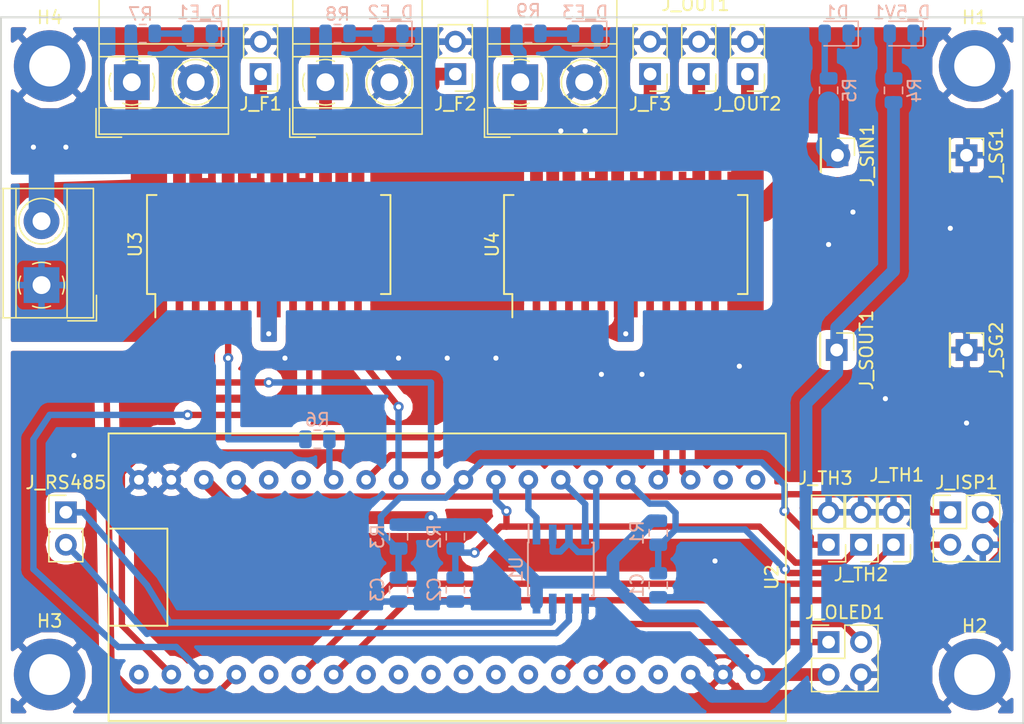
<source format=kicad_pcb>
(kicad_pcb (version 20171130) (host pcbnew "(5.0.1-3-g963ef8bb5)")
  (layers (0 F.Cu mixed hide) (31 B.Cu mixed) (34 B.Paste user hide) (35 F.Paste user hide) (36 B.SilkS user) (37 F.SilkS user) (38 B.Mask user hide) (39 F.Mask user hide) (44 Edge.Cuts user))
  (net 0 "")
  (net 1 "Net-(J_OUT1-Pad1)")
  (net 2 GND)
  (net 3 "Net-(J_OUT2-Pad1)")
  (net 4 /DEBUG)
  (net 5 "Net-(D1-Pad2)")
  (net 6 +24V)
  (net 7 +5V)
  (net 8 "Net-(D_5V1-Pad2)")
  (net 9 /TH3)
  (net 10 /TH2)
  (net 11 /TH1)
  (net 12 +3V3)
  (net 13 /P_IN6)
  (net 14 /P_IN5)
  (net 15 /P_IS4)
  (net 16 /P_IS5)
  (net 17 /P_IN8)
  (net 18 /P_IN7)
  (net 19 /P_IS7)
  (net 20 /P_IS8)
  (net 21 "Net-(J_F3-Pad1)")
  (net 22 "Net-(J_F1-Pad1)")
  (net 23 "Net-(J_F2-Pad1)")
  (net 24 /P_IS3)
  (net 25 /P_IN3)
  (net 26 /P_IN4)
  (net 27 /P_IS2)
  (net 28 /P_IS1)
  (net 29 /P_IN1)
  (net 30 /P_IN2)
  (net 31 "Net-(U2-PadVBAT)")
  (net 32 /SCL)
  (net 33 /SDA)
  (net 34 /RESET)
  (net 35 /RX)
  (net 36 /TX)
  (net 37 /EXT2)
  (net 38 /EXT1)
  (net 39 /OUT_E1)
  (net 40 /OUT_E2)
  (net 41 /OUT_E3)
  (net 42 "Net-(D_E3-Pad2)")
  (net 43 "Net-(D_E2-Pad2)")
  (net 44 "Net-(D_E1-Pad2)")
  (net 45 /RS485_RO)
  (net 46 /RS485_DE)
  (net 47 /RS485_DI)
  (net 48 "Net-(R6-Pad2)")
  (net 49 /P_IS6)
  (net 50 "Net-(U2-PadPB9)")
  (net 51 "Net-(U2-PadPB8)")
  (net 52 "Net-(U2-PadPB5)")
  (net 53 "Net-(U2-PadPB4)")
  (net 54 "Net-(U2-PadPB3)")
  (net 55 "Net-(U2-PadPA15)")
  (net 56 "Net-(U2-PadPA12)")
  (net 57 "Net-(U2-PadPA11)")
  (net 58 "Net-(U2-PadPA8)")
  (net 59 "Net-(U2-PadPB12)")
  (net 60 "Net-(J_RS485-Pad2)")
  (net 61 "Net-(J_RS485-Pad1)")
  (module Connector_PinHeader_2.54mm:PinHeader_1x02_P2.54mm_Vertical (layer F.Cu) (at 163.83 62.865)
    (fp_text reference J_RS485 (at 0 -2.33) (layer F.SilkS))
    (fp_text value Conn_01x02_Male)
    (pad 1 thru_hole rect (at 0 0) (size 1.7 1.7) (drill 1) (layers *.Cu *.Mask) (net 61 "Net-(J_RS485-Pad1)"))
    (pad 2 thru_hole oval (at 0 2.54) (size 1.7 1.7) (drill 1) (layers *.Cu *.Mask) (net 60 "Net-(J_RS485-Pad2)"))
  )
  (module TerminalBlock_MetzConnect:TerminalBlock_MetzConnect_Type011_RT05502HBWC_1x02_P5.00mm_Horizontal (layer F.Cu) (at 161.925 45.085 90)
    (fp_text reference J_IN24 (at 2.5 -7.56 90) (layer F.SilkS))
    (fp_text value Conn_01x02_Male)
    (pad 1 thru_hole rect (at 0 0 90) (size 2.8 2.8) (drill 1.4) (layers *.Cu *.Mask) (net 6 +24V))
    (pad 2 thru_hole circle (at 5 0 90) (size 2.8 2.8) (drill 1.4) (layers *.Cu *.Mask) (net 2 GND))
  )
  (module Resistor_SMD:R_0805_2012Metric (layer B.Cu) (at 183.515 57.15)
    (fp_text reference R6 (at 0 -1.524) (layer B.SilkS) (effects (justify mirror)))
    (fp_text value R)
    (pad 1 smd roundrect (at -0.9375 0) (size 0.975 1.4) (layers B.Cu B.Paste B.Mask) (net 28 /P_IS1))
    (pad 2 smd roundrect (at 0.9375 0) (size 0.975 1.4) (layers B.Cu B.Paste B.Mask) (net 48 "Net-(R6-Pad2)"))
  )
  (module Module:BLUEPILL1 (layer F.Cu) (at 193.675 67.945 90)
    (fp_text reference U2 (at 0 25.4 90) (layer F.SilkS))
    (fp_text value BP)
    (pad 5V thru_hole circle (at -7.62 19.05 90) (size 1.524 1.524) (drill 0.762) (layers *.Cu *.Mask) (net 7 +5V))
    (pad G thru_hole circle (at 7.62 -24.13 90) (size 1.524 1.524) (drill 0.762) (layers *.Cu *.Mask) (net 2 GND))
    (pad G thru_hole circle (at 7.62 -21.59 90) (size 1.524 1.524) (drill 0.762) (layers *.Cu *.Mask) (net 2 GND))
    (pad 3V3 thru_hole circle (at 7.62 -19.05 90) (size 1.524 1.524) (drill 0.762) (layers *.Cu *.Mask) (net 12 +3V3))
    (pad NRST thru_hole circle (at 7.62 -16.51 90) (size 1.524 1.524) (drill 0.762) (layers *.Cu *.Mask) (net 34 /RESET))
    (pad PB11 thru_hole circle (at 7.62 -13.97 90) (size 1.524 1.524) (drill 0.762) (layers *.Cu *.Mask) (net 37 /EXT2))
    (pad PB10 thru_hole circle (at 7.62 -11.43 90) (size 1.524 1.524) (drill 0.762) (layers *.Cu *.Mask) (net 38 /EXT1))
    (pad PB1 thru_hole circle (at 7.62 -8.89 90) (size 1.524 1.524) (drill 0.762) (layers *.Cu *.Mask) (net 48 "Net-(R6-Pad2)"))
    (pad PB0 thru_hole circle (at 7.62 -6.35 90) (size 1.524 1.524) (drill 0.762) (layers *.Cu *.Mask) (net 14 /P_IN5))
    (pad PA7 thru_hole circle (at 7.62 -3.81 90) (size 1.524 1.524) (drill 0.762) (layers *.Cu *.Mask) (net 25 /P_IN3))
    (pad PA6 thru_hole circle (at 7.62 -1.27 90) (size 1.524 1.524) (drill 0.762) (layers *.Cu *.Mask) (net 29 /P_IN1))
    (pad PA5 thru_hole circle (at 7.62 1.27 90) (size 1.524 1.524) (drill 0.762) (layers *.Cu *.Mask) (net 9 /TH3))
    (pad PA4 thru_hole circle (at 7.62 3.81 90) (size 1.524 1.524) (drill 0.762) (layers *.Cu *.Mask) (net 10 /TH2))
    (pad PA3 thru_hole circle (at 7.62 6.35 90) (size 1.524 1.524) (drill 0.762) (layers *.Cu *.Mask) (net 45 /RS485_RO))
    (pad PA2 thru_hole circle (at 7.62 8.89 90) (size 1.524 1.524) (drill 0.762) (layers *.Cu *.Mask) (net 47 /RS485_DI))
    (pad PA1 thru_hole circle (at 7.62 11.43 90) (size 1.524 1.524) (drill 0.762) (layers *.Cu *.Mask) (net 46 /RS485_DE))
    (pad PA0 thru_hole circle (at 7.62 13.97 90) (size 1.524 1.524) (drill 0.762) (layers *.Cu *.Mask) (net 11 /TH1))
    (pad PC15 thru_hole circle (at 7.62 16.51 90) (size 1.524 1.524) (drill 0.762) (layers *.Cu *.Mask) (net 17 /P_IN8))
    (pad PC14 thru_hole circle (at 7.62 19.05 90) (size 1.524 1.524) (drill 0.762) (layers *.Cu *.Mask) (net 18 /P_IN7))
    (pad PC13 thru_hole circle (at 7.62 21.59 90) (size 1.524 1.524) (drill 0.762) (layers *.Cu *.Mask) (net 4 /DEBUG))
    (pad VBAT thru_hole circle (at 7.62 24.13 90) (size 1.524 1.524) (drill 0.762) (layers *.Cu *.Mask) (net 31 "Net-(U2-PadVBAT)"))
    (pad 3V3 thru_hole circle (at -7.62 24.13 90) (size 1.524 1.524) (drill 0.762) (layers *.Cu *.Mask) (net 12 +3V3))
    (pad G thru_hole circle (at -7.62 21.59 90) (size 1.524 1.524) (drill 0.762) (layers *.Cu *.Mask) (net 2 GND))
    (pad PB9 thru_hole circle (at -7.62 16.51 90) (size 1.524 1.524) (drill 0.762) (layers *.Cu *.Mask) (net 50 "Net-(U2-PadPB9)"))
    (pad PB8 thru_hole circle (at -7.62 13.97 90) (size 1.524 1.524) (drill 0.762) (layers *.Cu *.Mask) (net 51 "Net-(U2-PadPB8)"))
    (pad PB7 thru_hole circle (at -7.62 11.43 90) (size 1.524 1.524) (drill 0.762) (layers *.Cu *.Mask) (net 33 /SDA))
    (pad PB6 thru_hole circle (at -7.62 8.89 90) (size 1.524 1.524) (drill 0.762) (layers *.Cu *.Mask) (net 32 /SCL))
    (pad PB5 thru_hole circle (at -7.62 6.35 90) (size 1.524 1.524) (drill 0.762) (layers *.Cu *.Mask) (net 52 "Net-(U2-PadPB5)"))
    (pad PB4 thru_hole circle (at -7.62 3.81 90) (size 1.524 1.524) (drill 0.762) (layers *.Cu *.Mask) (net 53 "Net-(U2-PadPB4)"))
    (pad PB3 thru_hole circle (at -7.62 1.27 90) (size 1.524 1.524) (drill 0.762) (layers *.Cu *.Mask) (net 54 "Net-(U2-PadPB3)"))
    (pad PA15 thru_hole circle (at -7.62 -1.27 90) (size 1.524 1.524) (drill 0.762) (layers *.Cu *.Mask) (net 55 "Net-(U2-PadPA15)"))
    (pad PA12 thru_hole circle (at -7.62 -3.81 90) (size 1.524 1.524) (drill 0.762) (layers *.Cu *.Mask) (net 56 "Net-(U2-PadPA12)"))
    (pad PA11 thru_hole circle (at -7.62 -6.35 90) (size 1.524 1.524) (drill 0.762) (layers *.Cu *.Mask) (net 57 "Net-(U2-PadPA11)"))
    (pad PA10 thru_hole circle (at -7.62 -8.89 90) (size 1.524 1.524) (drill 0.762) (layers *.Cu *.Mask) (net 35 /RX))
    (pad PA9 thru_hole circle (at -7.62 -11.43 90) (size 1.524 1.524) (drill 0.762) (layers *.Cu *.Mask) (net 36 /TX))
    (pad PA8 thru_hole circle (at -7.62 -13.97 90) (size 1.524 1.524) (drill 0.762) (layers *.Cu *.Mask) (net 58 "Net-(U2-PadPA8)"))
    (pad PB15 thru_hole circle (at -7.62 -16.51 90) (size 1.524 1.524) (drill 0.762) (layers *.Cu *.Mask) (net 30 /P_IN2))
    (pad PB14 thru_hole circle (at -7.62 -19.05 90) (size 1.524 1.524) (drill 0.762) (layers *.Cu *.Mask) (net 26 /P_IN4))
    (pad PB13 thru_hole circle (at -7.62 -21.59 90) (size 1.524 1.524) (drill 0.762) (layers *.Cu *.Mask) (net 13 /P_IN6))
    (pad PB12 thru_hole circle (at -7.62 -24.13 90) (size 1.524 1.524) (drill 0.762) (layers *.Cu *.Mask) (net 59 "Net-(U2-PadPB12)"))
  )
  (module LED_SMD:LED_0805_2012Metric (layer B.Cu) (at 204.47 25.4 180)
    (fp_text reference D_E3 (at 0 1.65 180) (layer B.SilkS) (effects (justify mirror)))
    (fp_text value LED)
    (pad 1 smd roundrect (at -0.9375 0 180) (size 0.975 1.4) (layers B.Cu B.Paste B.Mask) (net 2 GND))
    (pad 2 smd roundrect (at 0.9375 0 180) (size 0.975 1.4) (layers B.Cu B.Paste B.Mask) (net 42 "Net-(D_E3-Pad2)"))
  )
  (module LED_SMD:LED_0805_2012Metric (layer B.Cu) (at 189.23 25.4 180)
    (fp_text reference D_E2 (at 0 1.65 180) (layer B.SilkS) (effects (justify mirror)))
    (fp_text value LED)
    (pad 2 smd roundrect (at 0.9375 0 180) (size 0.975 1.4) (layers B.Cu B.Paste B.Mask) (net 43 "Net-(D_E2-Pad2)"))
    (pad 1 smd roundrect (at -0.9375 0 180) (size 0.975 1.4) (layers B.Cu B.Paste B.Mask) (net 2 GND))
  )
  (module LED_SMD:LED_0805_2012Metric (layer B.Cu) (at 174.322 25.4 180)
    (fp_text reference D_E1 (at 0 1.65 180) (layer B.SilkS) (effects (justify mirror)))
    (fp_text value LED)
    (pad 1 smd roundrect (at -0.9375 0 180) (size 0.975 1.4) (layers B.Cu B.Paste B.Mask) (net 2 GND))
    (pad 2 smd roundrect (at 0.9375 0 180) (size 0.975 1.4) (layers B.Cu B.Paste B.Mask) (net 44 "Net-(D_E1-Pad2)"))
  )
  (module Resistor_SMD:R_0805_2012Metric (layer B.Cu) (at 169.848 25.4)
    (fp_text reference R7 (at -0.176 -1.524) (layer B.SilkS) (effects (justify mirror)))
    (fp_text value R)
    (pad 1 smd roundrect (at -0.9375 0) (size 0.975 1.4) (layers B.Cu B.Paste B.Mask) (net 39 /OUT_E1))
    (pad 2 smd roundrect (at 0.9375 0) (size 0.975 1.4) (layers B.Cu B.Paste B.Mask) (net 44 "Net-(D_E1-Pad2)"))
  )
  (module Resistor_SMD:R_0805_2012Metric (layer B.Cu) (at 185.088 25.4)
    (fp_text reference R8 (at 0 -1.524) (layer B.SilkS) (effects (justify mirror)))
    (fp_text value R)
    (pad 2 smd roundrect (at 0.9375 0) (size 0.975 1.4) (layers B.Cu B.Paste B.Mask) (net 43 "Net-(D_E2-Pad2)"))
    (pad 1 smd roundrect (at -0.9375 0) (size 0.975 1.4) (layers B.Cu B.Paste B.Mask) (net 40 /OUT_E2))
  )
  (module Resistor_SMD:R_0805_2012Metric (layer B.Cu) (at 200.025 25.4)
    (fp_text reference R9 (at 0 -1.778) (layer B.SilkS) (effects (justify mirror)))
    (fp_text value R)
    (pad 1 smd roundrect (at -0.9375 0) (size 0.975 1.4) (layers B.Cu B.Paste B.Mask) (net 41 /OUT_E3))
    (pad 2 smd roundrect (at 0.9375 0) (size 0.975 1.4) (layers B.Cu B.Paste B.Mask) (net 42 "Net-(D_E3-Pad2)"))
  )
  (module Connector_PinHeader_2.54mm:PinHeader_2x02_P2.54mm_Vertical (layer F.Cu) (at 233.045 62.865)
    (fp_text reference J_ISP1 (at 1.27 -2.33) (layer F.SilkS))
    (fp_text value Conn_01x04_Male)
    (pad 1 thru_hole rect (at 0 0) (size 1.7 1.7) (drill 1) (layers *.Cu *.Mask) (net 34 /RESET))
    (pad 2 thru_hole oval (at 2.54 0) (size 1.7 1.7) (drill 1) (layers *.Cu *.Mask) (net 35 /RX))
    (pad 3 thru_hole oval (at 0 2.54) (size 1.7 1.7) (drill 1) (layers *.Cu *.Mask) (net 36 /TX))
    (pad 4 thru_hole oval (at 2.54 2.54) (size 1.7 1.7) (drill 1) (layers *.Cu *.Mask) (net 2 GND))
  )
  (module Connector_PinHeader_2.54mm:PinHeader_1x02_P2.54mm_Vertical (layer F.Cu) (at 217.17 28.575 180)
    (fp_text reference J_OUT2 (at 0 -2.33 180) (layer F.SilkS))
    (fp_text value Conn_01x02_Male)
    (pad 2 thru_hole oval (at 0 2.54 180) (size 1.7 1.7) (drill 1) (layers *.Cu *.Mask) (net 2 GND))
    (pad 1 thru_hole rect (at 0 0 180) (size 1.7 1.7) (drill 1) (layers *.Cu *.Mask) (net 3 "Net-(J_OUT2-Pad1)"))
  )
  (module Connector_PinHeader_2.54mm:PinHeader_1x02_P2.54mm_Vertical (layer F.Cu) (at 213.36 28.575 180)
    (fp_text reference J_OUT1 (at 0.254 5.461 180) (layer F.SilkS))
    (fp_text value Conn_01x02_Male)
    (pad 1 thru_hole rect (at 0 0 180) (size 1.7 1.7) (drill 1) (layers *.Cu *.Mask) (net 1 "Net-(J_OUT1-Pad1)"))
    (pad 2 thru_hole oval (at 0 2.54 180) (size 1.7 1.7) (drill 1) (layers *.Cu *.Mask) (net 2 GND))
  )
  (module Connector_PinHeader_2.54mm:PinHeader_2x02_P2.54mm_Vertical (layer F.Cu) (at 223.52 73.025)
    (fp_text reference J_OLED1 (at 1.27 -2.33) (layer F.SilkS))
    (fp_text value Conn_01x04_Male)
    (pad 1 thru_hole rect (at 0 0) (size 1.7 1.7) (drill 1) (layers *.Cu *.Mask) (net 33 /SDA))
    (pad 2 thru_hole oval (at 2.54 0) (size 1.7 1.7) (drill 1) (layers *.Cu *.Mask) (net 32 /SCL))
    (pad 3 thru_hole oval (at 0 2.54) (size 1.7 1.7) (drill 1) (layers *.Cu *.Mask) (net 12 +3V3))
    (pad 4 thru_hole oval (at 2.54 2.54) (size 1.7 1.7) (drill 1) (layers *.Cu *.Mask) (net 2 GND))
  )
  (module Capacitor_SMD:C_0805_2012Metric (layer B.Cu) (at 210.185 68.58 270)
    (fp_text reference C1 (at 0 1.65 270) (layer B.SilkS) (effects (justify mirror)))
    (fp_text value C)
    (pad 1 smd roundrect (at -0.9375 0 270) (size 0.975 1.4) (layers B.Cu B.Paste B.Mask) (net 11 /TH1))
    (pad 2 smd roundrect (at 0.9375 0 270) (size 0.975 1.4) (layers B.Cu B.Paste B.Mask) (net 2 GND))
  )
  (module Capacitor_SMD:C_0805_2012Metric (layer B.Cu) (at 194.31 68.9125 270)
    (fp_text reference C2 (at 0 1.65 270) (layer B.SilkS) (effects (justify mirror)))
    (fp_text value C)
    (pad 2 smd roundrect (at 0.9375 0 270) (size 0.975 1.4) (layers B.Cu B.Paste B.Mask) (net 2 GND))
    (pad 1 smd roundrect (at -0.9375 0 270) (size 0.975 1.4) (layers B.Cu B.Paste B.Mask) (net 10 /TH2))
  )
  (module Capacitor_SMD:C_0805_2012Metric (layer B.Cu) (at 189.865 68.9125 270)
    (fp_text reference C3 (at 0 1.65 270) (layer B.SilkS) (effects (justify mirror)))
    (fp_text value C)
    (pad 1 smd roundrect (at -0.9375 0 270) (size 0.975 1.4) (layers B.Cu B.Paste B.Mask) (net 9 /TH3))
    (pad 2 smd roundrect (at 0.9375 0 270) (size 0.975 1.4) (layers B.Cu B.Paste B.Mask) (net 2 GND))
  )
  (module Connector_PinHeader_2.54mm:PinHeader_1x01_P2.54mm_Vertical (layer F.Cu) (at 224.155 50.165 270)
    (fp_text reference J_SOUT1 (at 0 -2.33 270) (layer F.SilkS))
    (fp_text value Conn_01x01_Male)
    (pad 1 thru_hole rect (at 0 0 270) (size 1.7 1.7) (drill 1) (layers *.Cu *.Mask) (net 7 +5V))
  )
  (module Connector_PinHeader_2.54mm:PinHeader_1x01_P2.54mm_Vertical (layer F.Cu) (at 224.215 34.925 270)
    (fp_text reference J_SIN1 (at 0 -2.33 270) (layer F.SilkS))
    (fp_text value Conn_01x01_Male)
    (pad 1 thru_hole rect (at 0 0 270) (size 1.7 1.7) (drill 1) (layers *.Cu *.Mask) (net 6 +24V))
  )
  (module Connector_PinHeader_2.54mm:PinHeader_1x01_P2.54mm_Vertical (layer F.Cu) (at 234.315 50.165 270)
    (fp_text reference J_SG2 (at 0 -2.33 270) (layer F.SilkS))
    (fp_text value Conn_01x01_Male)
    (pad 1 thru_hole rect (at 0 0 270) (size 1.7 1.7) (drill 1) (layers *.Cu *.Mask) (net 2 GND))
  )
  (module Connector_PinHeader_2.54mm:PinHeader_1x01_P2.54mm_Vertical (layer F.Cu) (at 234.315 34.925 270)
    (fp_text reference J_SG1 (at 0 -2.33 270) (layer F.SilkS))
    (fp_text value Conn_01x01_Male)
    (pad 1 thru_hole rect (at 0 0 270) (size 1.7 1.7) (drill 1) (layers *.Cu *.Mask) (net 2 GND))
  )
  (module Connector_PinHeader_2.54mm:PinHeader_1x02_P2.54mm_Vertical (layer F.Cu) (at 223.52 65.405 180)
    (fp_text reference J_TH3 (at 0.254 5.207 180) (layer F.SilkS))
    (fp_text value Conn_01x02_Male)
    (pad 2 thru_hole oval (at 0 2.54 180) (size 1.7 1.7) (drill 1) (layers *.Cu *.Mask) (net 2 GND))
    (pad 1 thru_hole rect (at 0 0 180) (size 1.7 1.7) (drill 1) (layers *.Cu *.Mask) (net 9 /TH3))
  )
  (module Connector_PinHeader_2.54mm:PinHeader_1x02_P2.54mm_Vertical (layer F.Cu) (at 226.06 65.405 180)
    (fp_text reference J_TH2 (at 0 -2.33 180) (layer F.SilkS))
    (fp_text value Conn_01x02_Male)
    (pad 1 thru_hole rect (at 0 0 180) (size 1.7 1.7) (drill 1) (layers *.Cu *.Mask) (net 10 /TH2))
    (pad 2 thru_hole oval (at 0 2.54 180) (size 1.7 1.7) (drill 1) (layers *.Cu *.Mask) (net 2 GND))
  )
  (module Connector_PinHeader_2.54mm:PinHeader_1x02_P2.54mm_Vertical (layer F.Cu) (at 228.6 65.405 180)
    (fp_text reference J_TH1 (at -0.254 5.461 180) (layer F.SilkS))
    (fp_text value Conn_01x02_Male)
    (pad 2 thru_hole oval (at 0 2.54 180) (size 1.7 1.7) (drill 1) (layers *.Cu *.Mask) (net 2 GND))
    (pad 1 thru_hole rect (at 0 0 180) (size 1.7 1.7) (drill 1) (layers *.Cu *.Mask) (net 11 /TH1))
  )
  (module Connector_PinHeader_2.54mm:PinHeader_1x02_P2.54mm_Vertical (layer F.Cu) (at 209.55 28.575 180)
    (fp_text reference J_F3 (at 0 -2.33 180) (layer F.SilkS))
    (fp_text value Conn_01x02_Male)
    (pad 1 thru_hole rect (at 0 0 180) (size 1.7 1.7) (drill 1) (layers *.Cu *.Mask) (net 21 "Net-(J_F3-Pad1)"))
    (pad 2 thru_hole oval (at 0 2.54 180) (size 1.7 1.7) (drill 1) (layers *.Cu *.Mask) (net 2 GND))
  )
  (module Connector_PinHeader_2.54mm:PinHeader_1x02_P2.54mm_Vertical (layer F.Cu) (at 194.31 28.575 180)
    (fp_text reference J_F2 (at 0 -2.33 180) (layer F.SilkS))
    (fp_text value Conn_01x02_Male)
    (pad 2 thru_hole oval (at 0 2.54 180) (size 1.7 1.7) (drill 1) (layers *.Cu *.Mask) (net 2 GND))
    (pad 1 thru_hole rect (at 0 0 180) (size 1.7 1.7) (drill 1) (layers *.Cu *.Mask) (net 23 "Net-(J_F2-Pad1)"))
  )
  (module Connector_PinHeader_2.54mm:PinHeader_1x02_P2.54mm_Vertical (layer F.Cu) (at 179.07 28.575 180)
    (fp_text reference J_F1 (at 0 -2.33 180) (layer F.SilkS))
    (fp_text value Conn_01x02_Male)
    (pad 1 thru_hole rect (at 0 0 180) (size 1.7 1.7) (drill 1) (layers *.Cu *.Mask) (net 22 "Net-(J_F1-Pad1)"))
    (pad 2 thru_hole oval (at 0 2.54 180) (size 1.7 1.7) (drill 1) (layers *.Cu *.Mask) (net 2 GND))
  )
  (module LED_SMD:LED_0805_2012Metric (layer B.Cu) (at 224.155 25.4 180)
    (fp_text reference D1 (at 0 1.65 180) (layer B.SilkS) (effects (justify mirror)))
    (fp_text value D_24V)
    (pad 1 smd roundrect (at -0.9375 0 180) (size 0.975 1.4) (layers B.Cu B.Paste B.Mask) (net 2 GND))
    (pad 2 smd roundrect (at 0.9375 0 180) (size 0.975 1.4) (layers B.Cu B.Paste B.Mask) (net 5 "Net-(D1-Pad2)"))
  )
  (module LED_SMD:LED_0805_2012Metric (layer B.Cu) (at 229.235 25.4 180)
    (fp_text reference D_5V1 (at 0 1.65 180) (layer B.SilkS) (effects (justify mirror)))
    (fp_text value LED)
    (pad 1 smd roundrect (at -0.9375 0 180) (size 0.975 1.4) (layers B.Cu B.Paste B.Mask) (net 2 GND))
    (pad 2 smd roundrect (at 0.9375 0 180) (size 0.975 1.4) (layers B.Cu B.Paste B.Mask) (net 8 "Net-(D_5V1-Pad2)"))
  )
  (module Package_SO:SOIC-28W_7.5x18.7mm_P1.27mm (layer F.Cu) (at 179.705 41.91 90)
    (fp_text reference U3 (at 0 -10.45 90) (layer F.SilkS))
    (fp_text value bts737s2)
    (pad 28 smd rect (at 4.7 -8.255 90) (size 2 0.6) (layers F.Cu F.Paste F.Mask) (net 6 +24V))
    (pad 27 smd rect (at 4.7 -6.985 90) (size 2 0.6) (layers F.Cu F.Paste F.Mask) (net 39 /OUT_E1))
    (pad 26 smd rect (at 4.7 -5.715 90) (size 2 0.6) (layers F.Cu F.Paste F.Mask) (net 39 /OUT_E1))
    (pad 25 smd rect (at 4.7 -4.445 90) (size 2 0.6) (layers F.Cu F.Paste F.Mask) (net 39 /OUT_E1))
    (pad 24 smd rect (at 4.7 -3.175 90) (size 2 0.6) (layers F.Cu F.Paste F.Mask) (net 22 "Net-(J_F1-Pad1)"))
    (pad 23 smd rect (at 4.7 -1.905 90) (size 2 0.6) (layers F.Cu F.Paste F.Mask) (net 22 "Net-(J_F1-Pad1)"))
    (pad 22 smd rect (at 4.7 -0.635 90) (size 2 0.6) (layers F.Cu F.Paste F.Mask) (net 22 "Net-(J_F1-Pad1)"))
    (pad 21 smd rect (at 4.7 0.635 90) (size 2 0.6) (layers F.Cu F.Paste F.Mask) (net 40 /OUT_E2))
    (pad 20 smd rect (at 4.7 1.905 90) (size 2 0.6) (layers F.Cu F.Paste F.Mask) (net 40 /OUT_E2))
    (pad 19 smd rect (at 4.7 3.175 90) (size 2 0.6) (layers F.Cu F.Paste F.Mask) (net 40 /OUT_E2))
    (pad 18 smd rect (at 4.7 4.445 90) (size 2 0.6) (layers F.Cu F.Paste F.Mask) (net 23 "Net-(J_F2-Pad1)"))
    (pad 17 smd rect (at 4.7 5.715 90) (size 2 0.6) (layers F.Cu F.Paste F.Mask) (net 23 "Net-(J_F2-Pad1)"))
    (pad 16 smd rect (at 4.7 6.985 90) (size 2 0.6) (layers F.Cu F.Paste F.Mask) (net 23 "Net-(J_F2-Pad1)"))
    (pad 15 smd rect (at 4.7 8.255 90) (size 2 0.6) (layers F.Cu F.Paste F.Mask) (net 6 +24V))
    (pad 14 smd rect (at -4.7 8.255 90) (size 2 0.6) (layers F.Cu F.Paste F.Mask) (net 6 +24V))
    (pad 13 smd rect (at -4.7 6.985 90) (size 2 0.6) (layers F.Cu F.Paste F.Mask) (net 15 /P_IS4))
    (pad 12 smd rect (at -4.7 5.715 90) (size 2 0.6) (layers F.Cu F.Paste F.Mask) (net 24 /P_IS3))
    (pad 11 smd rect (at -4.7 4.445 90) (size 2 0.6) (layers F.Cu F.Paste F.Mask) (net 25 /P_IN3))
    (pad 10 smd rect (at -4.7 3.175 90) (size 2 0.6) (layers F.Cu F.Paste F.Mask) (net 26 /P_IN4))
    (pad 9 smd rect (at -4.7 1.905 90) (size 2 0.6) (layers F.Cu F.Paste F.Mask) (net 2 GND))
    (pad 8 smd rect (at -4.7 0.635 90) (size 2 0.6) (layers F.Cu F.Paste F.Mask) (net 6 +24V))
    (pad 7 smd rect (at -4.7 -0.635 90) (size 2 0.6) (layers F.Cu F.Paste F.Mask) (net 6 +24V))
    (pad 6 smd rect (at -4.7 -1.905 90) (size 2 0.6) (layers F.Cu F.Paste F.Mask) (net 27 /P_IS2))
    (pad 5 smd rect (at -4.7 -3.175 90) (size 2 0.6) (layers F.Cu F.Paste F.Mask) (net 28 /P_IS1))
    (pad 4 smd rect (at -4.7 -4.445 90) (size 2 0.6) (layers F.Cu F.Paste F.Mask) (net 29 /P_IN1))
    (pad 3 smd rect (at -4.7 -5.715 90) (size 2 0.6) (layers F.Cu F.Paste F.Mask) (net 30 /P_IN2))
    (pad 2 smd rect (at -4.7 -6.985 90) (size 2 0.6) (layers F.Cu F.Paste F.Mask) (net 2 GND))
    (pad 1 smd rect (at -4.7 -8.255 90) (size 2 0.6) (layers F.Cu F.Paste F.Mask) (net 6 +24V))
  )
  (module Package_SO:SOIC-28W_7.5x18.7mm_P1.27mm (layer F.Cu) (at 207.645 41.91 90)
    (fp_text reference U4 (at 0 -10.45 90) (layer F.SilkS))
    (fp_text value bts737s2)
    (pad 1 smd rect (at -4.7 -8.255 90) (size 2 0.6) (layers F.Cu F.Paste F.Mask) (net 6 +24V))
    (pad 2 smd rect (at -4.7 -6.985 90) (size 2 0.6) (layers F.Cu F.Paste F.Mask) (net 2 GND))
    (pad 3 smd rect (at -4.7 -5.715 90) (size 2 0.6) (layers F.Cu F.Paste F.Mask) (net 13 /P_IN6))
    (pad 4 smd rect (at -4.7 -4.445 90) (size 2 0.6) (layers F.Cu F.Paste F.Mask) (net 14 /P_IN5))
    (pad 5 smd rect (at -4.7 -3.175 90) (size 2 0.6) (layers F.Cu F.Paste F.Mask) (net 16 /P_IS5))
    (pad 6 smd rect (at -4.7 -1.905 90) (size 2 0.6) (layers F.Cu F.Paste F.Mask) (net 49 /P_IS6))
    (pad 7 smd rect (at -4.7 -0.635 90) (size 2 0.6) (layers F.Cu F.Paste F.Mask) (net 6 +24V))
    (pad 8 smd rect (at -4.7 0.635 90) (size 2 0.6) (layers F.Cu F.Paste F.Mask) (net 6 +24V))
    (pad 9 smd rect (at -4.7 1.905 90) (size 2 0.6) (layers F.Cu F.Paste F.Mask) (net 2 GND))
    (pad 10 smd rect (at -4.7 3.175 90) (size 2 0.6) (layers F.Cu F.Paste F.Mask) (net 17 /P_IN8))
    (pad 11 smd rect (at -4.7 4.445 90) (size 2 0.6) (layers F.Cu F.Paste F.Mask) (net 18 /P_IN7))
    (pad 12 smd rect (at -4.7 5.715 90) (size 2 0.6) (layers F.Cu F.Paste F.Mask) (net 19 /P_IS7))
    (pad 13 smd rect (at -4.7 6.985 90) (size 2 0.6) (layers F.Cu F.Paste F.Mask) (net 20 /P_IS8))
    (pad 14 smd rect (at -4.7 8.255 90) (size 2 0.6) (layers F.Cu F.Paste F.Mask) (net 6 +24V))
    (pad 15 smd rect (at 4.7 8.255 90) (size 2 0.6) (layers F.Cu F.Paste F.Mask) (net 6 +24V))
    (pad 16 smd rect (at 4.7 6.985 90) (size 2 0.6) (layers F.Cu F.Paste F.Mask) (net 3 "Net-(J_OUT2-Pad1)"))
    (pad 17 smd rect (at 4.7 5.715 90) (size 2 0.6) (layers F.Cu F.Paste F.Mask) (net 3 "Net-(J_OUT2-Pad1)"))
    (pad 18 smd rect (at 4.7 4.445 90) (size 2 0.6) (layers F.Cu F.Paste F.Mask) (net 3 "Net-(J_OUT2-Pad1)"))
    (pad 19 smd rect (at 4.7 3.175 90) (size 2 0.6) (layers F.Cu F.Paste F.Mask) (net 1 "Net-(J_OUT1-Pad1)"))
    (pad 20 smd rect (at 4.7 1.905 90) (size 2 0.6) (layers F.Cu F.Paste F.Mask) (net 1 "Net-(J_OUT1-Pad1)"))
    (pad 21 smd rect (at 4.7 0.635 90) (size 2 0.6) (layers F.Cu F.Paste F.Mask) (net 1 "Net-(J_OUT1-Pad1)"))
    (pad 22 smd rect (at 4.7 -0.635 90) (size 2 0.6) (layers F.Cu F.Paste F.Mask) (net 21 "Net-(J_F3-Pad1)"))
    (pad 23 smd rect (at 4.7 -1.905 90) (size 2 0.6) (layers F.Cu F.Paste F.Mask) (net 21 "Net-(J_F3-Pad1)"))
    (pad 24 smd rect (at 4.7 -3.175 90) (size 2 0.6) (layers F.Cu F.Paste F.Mask) (net 21 "Net-(J_F3-Pad1)"))
    (pad 25 smd rect (at 4.7 -4.445 90) (size 2 0.6) (layers F.Cu F.Paste F.Mask) (net 41 /OUT_E3))
    (pad 26 smd rect (at 4.7 -5.715 90) (size 2 0.6) (layers F.Cu F.Paste F.Mask) (net 41 /OUT_E3))
    (pad 27 smd rect (at 4.7 -6.985 90) (size 2 0.6) (layers F.Cu F.Paste F.Mask) (net 41 /OUT_E3))
    (pad 28 smd rect (at 4.7 -8.255 90) (size 2 0.6) (layers F.Cu F.Paste F.Mask) (net 6 +24V))
  )
  (module Package_SO:SOIC-8_3.9x4.9mm_P1.27mm (layer B.Cu) (at 202.565 67.31 270)
    (fp_text reference U1 (at 0 3.5 270) (layer B.SilkS) (effects (justify mirror)))
    (fp_text value MAX485E)
    (pad 1 smd rect (at -2.7 1.905 270) (size 1.55 0.6) (layers B.Cu B.Paste B.Mask) (net 45 /RS485_RO))
    (pad 2 smd rect (at -2.7 0.635 270) (size 1.55 0.6) (layers B.Cu B.Paste B.Mask) (net 46 /RS485_DE))
    (pad 3 smd rect (at -2.7 -0.635 270) (size 1.55 0.6) (layers B.Cu B.Paste B.Mask) (net 46 /RS485_DE))
    (pad 4 smd rect (at -2.7 -1.905 270) (size 1.55 0.6) (layers B.Cu B.Paste B.Mask) (net 47 /RS485_DI))
    (pad 5 smd rect (at 2.7 -1.905 270) (size 1.55 0.6) (layers B.Cu B.Paste B.Mask) (net 2 GND))
    (pad 6 smd rect (at 2.7 -0.635 270) (size 1.55 0.6) (layers B.Cu B.Paste B.Mask) (net 60 "Net-(J_RS485-Pad2)"))
    (pad 7 smd rect (at 2.7 0.635 270) (size 1.55 0.6) (layers B.Cu B.Paste B.Mask) (net 61 "Net-(J_RS485-Pad1)"))
    (pad 8 smd rect (at 2.7 1.905 270) (size 1.55 0.6) (layers B.Cu B.Paste B.Mask) (net 12 +3V3))
  )
  (module Resistor_SMD:R_0805_2012Metric (layer B.Cu) (at 210.185 64.4675 270)
    (fp_text reference R1 (at 0 1.65 270) (layer B.SilkS) (effects (justify mirror)))
    (fp_text value R)
    (pad 2 smd roundrect (at 0.9375 0 270) (size 0.975 1.4) (layers B.Cu B.Paste B.Mask) (net 11 /TH1))
    (pad 1 smd roundrect (at -0.9375 0 270) (size 0.975 1.4) (layers B.Cu B.Paste B.Mask) (net 12 +3V3))
  )
  (module Resistor_SMD:R_0805_2012Metric (layer B.Cu) (at 194.31 64.77 270)
    (fp_text reference R2 (at 0 1.65 270) (layer B.SilkS) (effects (justify mirror)))
    (fp_text value R)
    (pad 1 smd roundrect (at -0.9375 0 270) (size 0.975 1.4) (layers B.Cu B.Paste B.Mask) (net 12 +3V3))
    (pad 2 smd roundrect (at 0.9375 0 270) (size 0.975 1.4) (layers B.Cu B.Paste B.Mask) (net 10 /TH2))
  )
  (module Resistor_SMD:R_0805_2012Metric (layer B.Cu) (at 189.865 64.77 270)
    (fp_text reference R3 (at 0 1.65 270) (layer B.SilkS) (effects (justify mirror)))
    (fp_text value R)
    (pad 2 smd roundrect (at 0.9375 0 270) (size 0.975 1.4) (layers B.Cu B.Paste B.Mask) (net 9 /TH3))
    (pad 1 smd roundrect (at -0.9375 0 270) (size 0.975 1.4) (layers B.Cu B.Paste B.Mask) (net 12 +3V3))
  )
  (module Resistor_SMD:R_0805_2012Metric (layer B.Cu) (at 228.6 29.845 90)
    (fp_text reference R4 (at 0 1.65 90) (layer B.SilkS) (effects (justify mirror)))
    (fp_text value R)
    (pad 1 smd roundrect (at -0.9375 0 90) (size 0.975 1.4) (layers B.Cu B.Paste B.Mask) (net 7 +5V))
    (pad 2 smd roundrect (at 0.9375 0 90) (size 0.975 1.4) (layers B.Cu B.Paste B.Mask) (net 8 "Net-(D_5V1-Pad2)"))
  )
  (module Resistor_SMD:R_0805_2012Metric (layer B.Cu) (at 223.52 29.845 90)
    (fp_text reference R5 (at 0 1.65 90) (layer B.SilkS) (effects (justify mirror)))
    (fp_text value R)
    (pad 2 smd roundrect (at 0.9375 0 90) (size 0.975 1.4) (layers B.Cu B.Paste B.Mask) (net 5 "Net-(D1-Pad2)"))
    (pad 1 smd roundrect (at -0.9375 0 90) (size 0.975 1.4) (layers B.Cu B.Paste B.Mask) (net 6 +24V))
  )
  (module TerminalBlock_MetzConnect:TerminalBlock_MetzConnect_Type011_RT05502HBWC_1x02_P5.00mm_Horizontal (layer F.Cu) (at 184.15 29.21)
    (fp_text reference J_E2 (at 2.5 -7.56) (layer F.SilkS))
    (fp_text value Conn_01x02_Male)
    (pad 1 thru_hole rect (at 0 0) (size 2.8 2.8) (drill 1.4) (layers *.Cu *.Mask) (net 40 /OUT_E2))
    (pad 2 thru_hole circle (at 5 0) (size 2.8 2.8) (drill 1.4) (layers *.Cu *.Mask) (net 2 GND))
  )
  (module TerminalBlock_MetzConnect:TerminalBlock_MetzConnect_Type011_RT05502HBWC_1x02_P5.00mm_Horizontal (layer F.Cu) (at 168.99 29.21)
    (fp_text reference J_E1 (at 2.5 -7.56) (layer F.SilkS))
    (fp_text value Conn_01x02_Male)
    (pad 2 thru_hole circle (at 5 0) (size 2.8 2.8) (drill 1.4) (layers *.Cu *.Mask) (net 2 GND))
    (pad 1 thru_hole rect (at 0 0) (size 2.8 2.8) (drill 1.4) (layers *.Cu *.Mask) (net 39 /OUT_E1))
  )
  (module TerminalBlock_MetzConnect:TerminalBlock_MetzConnect_Type011_RT05502HBWC_1x02_P5.00mm_Horizontal (layer F.Cu) (at 199.39 29.21)
    (fp_text reference J_E3 (at 2.5 -7.56) (layer F.SilkS))
    (fp_text value Conn_01x02_Male)
    (pad 1 thru_hole rect (at 0 0) (size 2.8 2.8) (drill 1.4) (layers *.Cu *.Mask) (net 41 /OUT_E3))
    (pad 2 thru_hole circle (at 5 0) (size 2.8 2.8) (drill 1.4) (layers *.Cu *.Mask) (net 2 GND))
  )
  (module MountingHole:MountingHole_3.2mm_M3_DIN965_Pad (layer F.Cu) (at 162.56 27.94)
    (fp_text reference H4 (at 0 -3.8) (layer F.SilkS))
    (fp_text value MountingHole_Pad)
    (pad 1 thru_hole circle (at 0 0) (size 5.6 5.6) (drill 3.2) (layers *.Cu *.Mask) (net 2 GND))
  )
  (module MountingHole:MountingHole_3.2mm_M3_DIN965_Pad (layer F.Cu) (at 162.56 75.565)
    (fp_text reference H3 (at 0 -4.191) (layer F.SilkS))
    (fp_text value MountingHole_Pad)
    (pad 1 thru_hole circle (at 0 0) (size 5.6 5.6) (drill 3.2) (layers *.Cu *.Mask) (net 2 GND))
  )
  (module MountingHole:MountingHole_3.2mm_M3_DIN965_Pad (layer F.Cu) (at 234.95 75.565)
    (fp_text reference H2 (at 0 -3.8) (layer F.SilkS))
    (fp_text value MountingHole_Pad)
    (pad 1 thru_hole circle (at 0 0) (size 5.6 5.6) (drill 3.2) (layers *.Cu *.Mask) (net 2 GND))
  )
  (module MountingHole:MountingHole_3.2mm_M3_DIN965_Pad (layer F.Cu) (at 234.95 27.94)
    (fp_text reference H1 (at 0 -3.8) (layer F.SilkS))
    (fp_text value MountingHole_Pad)
    (pad 1 thru_hole circle (at 0 0) (size 5.6 5.6) (drill 3.2) (layers *.Cu *.Mask) (net 2 GND))
  )
  (gr_line (start 238.76 24.13) (end 158.75 24.13) (layer Edge.Cuts) (width 0.15))
  (gr_line (start 238.76 79.375) (end 238.76 24.13) (layer Edge.Cuts) (width 0.15))
  (gr_line (start 158.75 79.375) (end 238.76 79.375) (layer Edge.Cuts) (width 0.15))
  (gr_line (start 158.75 24.13) (end 158.75 79.375) (layer Edge.Cuts) (width 0.15))
  (segment (start 210.82 35.6598) (end 213.36 33.1198) (width 1) (layer F.Cu) (net 1))
  (segment (start 213.36 33.1198) (end 213.36 28.575) (width 1) (layer F.Cu) (net 1))
  (segment (start 210.82 35.6598) (end 210.82 35.3097) (width 1) (layer F.Cu) (net 1))
  (segment (start 210.82 37.21) (end 210.82 35.6598) (width 1) (layer F.Cu) (net 1))
  (segment (start 209.55 37.21) (end 209.55 35.3097) (width 1) (layer F.Cu) (net 1))
  (segment (start 209.55 35.3097) (end 210.82 35.3097) (width 1) (layer F.Cu) (net 1))
  (segment (start 208.4104 37.21) (end 209.55 37.21) (width 1) (layer F.Cu) (net 1))
  (segment (start 208.4104 37.21) (end 208.28 37.21) (width 0.5998) (layer F.Cu) (net 1))
  (via (at 202.565 33.02) (size 0.8) (drill 0.4) (layers F.Cu B.Cu) (net 2))
  (via (at 204.47 33.02) (size 0.8) (drill 0.4) (layers F.Cu B.Cu) (net 2))
  (via (at 205.74 52.07) (size 0.8) (drill 0.4) (layers F.Cu B.Cu) (net 2))
  (via (at 208.915 52.07) (size 0.8) (drill 0.4) (layers F.Cu B.Cu) (net 2))
  (via (at 225.425 39.37) (size 0.8) (drill 0.4) (layers F.Cu B.Cu) (net 2))
  (via (at 223.52 41.91) (size 0.8) (drill 0.4) (layers F.Cu B.Cu) (net 2))
  (via (at 216.535 51.435) (size 0.8) (drill 0.4) (layers F.Cu B.Cu) (net 2))
  (via (at 227.965 53.975) (size 0.8) (drill 0.4) (layers F.Cu B.Cu) (net 2))
  (via (at 234.315 55.88) (size 0.8) (drill 0.4) (layers F.Cu B.Cu) (net 2))
  (via (at 233.045 40.64) (size 0.8) (drill 0.4) (layers F.Cu B.Cu) (net 2))
  (via (at 214.63 66.675) (size 0.8) (drill 0.4) (layers F.Cu B.Cu) (net 2))
  (via (at 163.83 34.29) (size 0.8) (drill 0.4) (layers F.Cu B.Cu) (net 2))
  (via (at 161.29 34.29) (size 0.8) (drill 0.4) (layers F.Cu B.Cu) (net 2))
  (segment (start 161.925 40.085) (end 161.925 35.56) (width 2) (layer B.Cu) (net 2))
  (segment (start 172.72 46.61) (end 172.72 48.26) (width 0.5) (layer F.Cu) (net 2))
  (segment (start 181.61 46.61) (end 181.61 48.26) (width 0.5) (layer F.Cu) (net 2))
  (segment (start 200.66 46.61) (end 200.66 48.895) (width 0.5) (layer F.Cu) (net 2))
  (segment (start 209.55 46.61) (end 209.55 48.895) (width 0.5) (layer F.Cu) (net 2))
  (via (at 164.465 58.42) (size 0.8) (drill 0.4) (layers F.Cu B.Cu) (net 2))
  (via (at 180.975 50.8) (size 0.8) (drill 0.4) (layers F.Cu B.Cu) (net 2))
  (via (at 189.865 50.8) (size 0.8) (drill 0.4) (layers F.Cu B.Cu) (net 2))
  (via (at 193.675 50.8) (size 0.8) (drill 0.4) (layers F.Cu B.Cu) (net 2))
  (via (at 197.485 50.8) (size 0.8) (drill 0.4) (layers F.Cu B.Cu) (net 2))
  (segment (start 214.63 35.3097) (end 217.17 32.7697) (width 1) (layer F.Cu) (net 3))
  (segment (start 217.17 32.7697) (end 217.17 28.575) (width 1) (layer F.Cu) (net 3))
  (segment (start 214.63 35.6598) (end 214.63 35.3097) (width 1) (layer F.Cu) (net 3))
  (segment (start 214.63 37.21) (end 214.63 35.6598) (width 1) (layer F.Cu) (net 3))
  (segment (start 213.36 37.21) (end 213.36 35.3097) (width 1) (layer F.Cu) (net 3))
  (segment (start 213.36 35.3097) (end 214.63 35.3097) (width 1) (layer F.Cu) (net 3))
  (segment (start 212.2204 37.21) (end 213.36 37.21) (width 1) (layer F.Cu) (net 3))
  (segment (start 212.2204 37.21) (end 212.09 37.21) (width 0.5998) (layer F.Cu) (net 3))
  (segment (start 223.52 28.9075) (end 223.2175 28.605) (width 0.5) (layer B.Cu) (net 5))
  (segment (start 223.2175 28.605) (end 223.2175 25.4) (width 0.5) (layer B.Cu) (net 5))
  (segment (start 170.7363 46.491) (end 171.331 46.491) (width 0.5998) (layer F.Cu) (net 6))
  (segment (start 171.331 46.491) (end 171.45 46.61) (width 0.5998) (layer F.Cu) (net 6))
  (segment (start 223.52 30.7825) (end 223.52 34.23) (width 1.6998) (layer B.Cu) (net 6))
  (segment (start 224.215 34.925) (end 223.52 34.23) (width 2) (layer B.Cu) (net 6))
  (segment (start 224.215 34.925) (end 221.9647 34.925) (width 2) (layer F.Cu) (net 6))
  (segment (start 218.4155 39.1258) (end 221.9647 35.5766) (width 2) (layer F.Cu) (net 6))
  (segment (start 221.9647 35.5766) (end 221.9647 34.925) (width 2) (layer F.Cu) (net 6))
  (segment (start 188.6982 45.8718) (end 187.96 46.61) (width 0.5998) (layer F.Cu) (net 6))
  (segment (start 199.39 46.61) (end 199.39 44.9098) (width 0.5998) (layer F.Cu) (net 6))
  (segment (start 216.8705 45.6395) (end 215.9 46.61) (width 0.5998) (layer F.Cu) (net 6))
  (via (at 179.705 48.895) (size 0.8) (drill 0.4) (layers F.Cu B.Cu) (net 6))
  (via (at 207.645 48.895) (size 0.8) (drill 0.4) (layers F.Cu B.Cu) (net 6))
  (segment (start 212.725 75.565) (end 214.4262 77.2662) (width 1) (layer B.Cu) (net 7))
  (segment (start 214.4262 77.2662) (end 218.4835 77.2662) (width 1) (layer B.Cu) (net 7))
  (segment (start 218.4835 77.2662) (end 221.7494 74.0003) (width 1) (layer B.Cu) (net 7))
  (segment (start 221.7494 74.0003) (end 221.7494 54.3209) (width 1) (layer B.Cu) (net 7))
  (segment (start 221.7494 54.3209) (end 224.155 51.9153) (width 1) (layer B.Cu) (net 7))
  (segment (start 224.155 50.165) (end 224.155 51.9153) (width 1) (layer B.Cu) (net 7))
  (segment (start 224.155 50.165) (end 224.155 48.4147) (width 1) (layer B.Cu) (net 7))
  (segment (start 224.155 48.4147) (end 228.6 43.9697) (width 1) (layer B.Cu) (net 7))
  (segment (start 228.6 43.9697) (end 228.6 30.7825) (width 1) (layer B.Cu) (net 7))
  (segment (start 228.2975 25.4) (end 228.2975 28.605) (width 0.5) (layer B.Cu) (net 8))
  (segment (start 228.2975 28.605) (end 228.6 28.9075) (width 0.5) (layer B.Cu) (net 8))
  (segment (start 223.52 65.405) (end 222.1197 65.405) (width 0.5) (layer F.Cu) (net 9))
  (segment (start 220.0678 62.7604) (end 220.0678 60.7303) (width 0.5) (layer B.Cu) (net 9))
  (segment (start 220.0678 60.7303) (end 218.2881 58.9506) (width 0.5) (layer B.Cu) (net 9))
  (segment (start 218.2881 58.9506) (end 196.3194 58.9506) (width 0.5) (layer B.Cu) (net 9))
  (segment (start 196.3194 58.9506) (end 194.945 60.325) (width 0.5) (layer B.Cu) (net 9))
  (segment (start 222.1197 65.405) (end 222.1197 64.8123) (width 0.5) (layer F.Cu) (net 9))
  (segment (start 222.1197 64.8123) (end 220.0678 62.7604) (width 0.5) (layer F.Cu) (net 9))
  (segment (start 194.945 60.325) (end 193.5509 61.7191) (width 0.5) (layer B.Cu) (net 9))
  (segment (start 193.5509 61.7191) (end 189.9682 61.7191) (width 0.5) (layer B.Cu) (net 9))
  (segment (start 189.9682 61.7191) (end 188.4868 63.2005) (width 0.5) (layer B.Cu) (net 9))
  (segment (start 188.4868 63.2005) (end 188.4868 64.434) (width 0.5) (layer B.Cu) (net 9))
  (segment (start 188.4868 64.434) (end 189.7603 65.7075) (width 0.5) (layer B.Cu) (net 9))
  (segment (start 189.7603 65.7075) (end 189.865 65.7075) (width 0.5) (layer B.Cu) (net 9))
  (segment (start 189.865 65.7075) (end 189.865 67.975) (width 0.5) (layer B.Cu) (net 9))
  (via (at 220.0678 62.7604) (size 0.8) (layers F.Cu B.Cu) (net 9))
  (segment (start 194.31 66.0215) (end 194.31 65.7075) (width 0.5) (layer B.Cu) (net 10))
  (segment (start 194.31 67.975) (end 194.31 66.0215) (width 0.5) (layer B.Cu) (net 10))
  (segment (start 194.31 66.0215) (end 195.8165 66.0215) (width 0.5) (layer B.Cu) (net 10))
  (segment (start 198.3105 63.9857) (end 198.3105 62.7682) (width 0.5) (layer F.Cu) (net 10))
  (segment (start 226.06 65.405) (end 224.6597 66.8053) (width 0.5) (layer F.Cu) (net 10))
  (segment (start 224.6597 66.8053) (end 220.9295 66.8053) (width 0.5) (layer F.Cu) (net 10))
  (segment (start 220.9295 66.8053) (end 218.1099 63.9857) (width 0.5) (layer F.Cu) (net 10))
  (segment (start 218.1099 63.9857) (end 198.3105 63.9857) (width 0.5) (layer F.Cu) (net 10))
  (segment (start 195.8165 66.0215) (end 197.8523 63.9857) (width 0.5) (layer F.Cu) (net 10))
  (segment (start 197.8523 63.9857) (end 198.3105 63.9857) (width 0.5) (layer F.Cu) (net 10))
  (segment (start 197.485 60.325) (end 197.485 61.9427) (width 0.5) (layer B.Cu) (net 10))
  (segment (start 197.485 61.9427) (end 198.3105 62.7682) (width 0.5) (layer B.Cu) (net 10))
  (via (at 195.8165 66.0215) (size 0.8) (layers F.Cu B.Cu) (net 10))
  (via (at 198.3105 62.7682) (size 0.8) (layers F.Cu B.Cu) (net 10))
  (segment (start 211.5433 64.213) (end 210.3513 65.405) (width 0.5) (layer B.Cu) (net 11))
  (segment (start 210.3513 65.405) (end 210.185 65.405) (width 0.5) (layer B.Cu) (net 11))
  (segment (start 207.645 60.325) (end 209.5078 62.1878) (width 0.5) (layer B.Cu) (net 11))
  (segment (start 209.5078 62.1878) (end 210.8235 62.1878) (width 0.5) (layer B.Cu) (net 11))
  (segment (start 210.8235 62.1878) (end 211.5433 62.9076) (width 0.5) (layer B.Cu) (net 11))
  (segment (start 211.5433 62.9076) (end 211.5433 64.213) (width 0.5) (layer B.Cu) (net 11))
  (segment (start 211.5433 64.213) (end 216.9932 64.213) (width 0.5) (layer B.Cu) (net 11))
  (segment (start 216.9932 64.213) (end 220.1047 67.3245) (width 0.5) (layer B.Cu) (net 11))
  (segment (start 220.1047 67.3245) (end 220.3971 67.6169) (width 0.5) (layer F.Cu) (net 11))
  (segment (start 220.3971 67.6169) (end 226.3881 67.6169) (width 0.5) (layer F.Cu) (net 11))
  (segment (start 226.3881 67.6169) (end 228.6 65.405) (width 0.5) (layer F.Cu) (net 11))
  (segment (start 210.185 65.405) (end 210.185 67.6425) (width 0.5) (layer B.Cu) (net 11))
  (via (at 220.1047 67.3245) (size 0.8) (layers F.Cu B.Cu) (net 11))
  (segment (start 194.31 63.8325) (end 196.1578 63.8325) (width 1) (layer B.Cu) (net 12))
  (segment (start 196.1578 63.8325) (end 200.66 68.3347) (width 1) (layer B.Cu) (net 12))
  (segment (start 192.4111 63.8325) (end 194.31 63.8325) (width 1) (layer B.Cu) (net 12))
  (segment (start 189.865 63.8325) (end 192.4111 63.8325) (width 1) (layer B.Cu) (net 12))
  (segment (start 192.4111 63.2827) (end 192.4111 63.8325) (width 1) (layer B.Cu) (net 12))
  (segment (start 174.625 60.325) (end 177.5827 63.2827) (width 1) (layer F.Cu) (net 12))
  (segment (start 177.5827 63.2827) (end 192.4111 63.2827) (width 1) (layer F.Cu) (net 12))
  (segment (start 206.6419 68.3347) (end 206.6419 66.5214) (width 1) (layer B.Cu) (net 12))
  (segment (start 206.6419 66.5214) (end 209.6333 63.53) (width 1) (layer B.Cu) (net 12))
  (segment (start 209.6333 63.53) (end 210.185 63.53) (width 1) (layer B.Cu) (net 12))
  (segment (start 217.805 75.565) (end 213.212 70.972) (width 1) (layer B.Cu) (net 12))
  (segment (start 213.212 70.972) (end 209.2792 70.972) (width 1) (layer B.Cu) (net 12))
  (segment (start 209.2792 70.972) (end 206.6419 68.3347) (width 1) (layer B.Cu) (net 12))
  (segment (start 206.6419 68.3347) (end 200.66 68.3347) (width 1) (layer B.Cu) (net 12))
  (segment (start 223.52 75.565) (end 217.805 75.565) (width 1) (layer F.Cu) (net 12))
  (segment (start 200.66 70.01) (end 200.66 68.3347) (width 1) (layer B.Cu) (net 12))
  (via (at 192.4111 63.2827) (size 0.8) (layers F.Cu B.Cu) (net 12))
  (segment (start 168.2132 71.6932) (end 172.085 75.565) (width 0.5) (layer F.Cu) (net 13))
  (segment (start 171.024 56.9861) (end 168.2132 59.7969) (width 0.5) (layer F.Cu) (net 13))
  (segment (start 193.1042 56.9861) (end 171.024 56.9861) (width 0.5) (layer F.Cu) (net 13))
  (segment (start 168.2132 59.7969) (end 168.2132 71.6932) (width 0.5) (layer F.Cu) (net 13))
  (segment (start 201.93 52.07) (end 193.1042 56.9861) (width 0.5) (layer F.Cu) (net 13))
  (segment (start 201.93 46.61) (end 201.93 52.07) (width 0.5) (layer F.Cu) (net 13))
  (segment (start 203.2 46.7097) (end 203.2 53.34) (width 0.5) (layer F.Cu) (net 14))
  (segment (start 189.2575 58.3925) (end 187.325 60.325) (width 0.5) (layer F.Cu) (net 14))
  (segment (start 192.9678 58.3925) (end 189.2575 58.3925) (width 0.5) (layer F.Cu) (net 14))
  (segment (start 203.2 53.34) (end 192.9678 58.3925) (width 0.5) (layer F.Cu) (net 14))
  (segment (start 210.82 46.61) (end 210.82 59.69) (width 0.5) (layer F.Cu) (net 17))
  (segment (start 210.82 59.69) (end 210.185 60.325) (width 0.5) (layer F.Cu) (net 17))
  (segment (start 212.09 46.61) (end 212.09 59.69) (width 0.5) (layer F.Cu) (net 18))
  (segment (start 212.09 59.69) (end 212.725 60.325) (width 0.5) (layer F.Cu) (net 18))
  (segment (start 209.55 28.575) (end 209.55 30.3253) (width 1) (layer F.Cu) (net 21))
  (segment (start 207.01 35.3097) (end 207.01 32.8653) (width 1) (layer F.Cu) (net 21))
  (segment (start 207.01 32.8653) (end 209.55 30.3253) (width 1) (layer F.Cu) (net 21))
  (segment (start 207.01 35.6598) (end 207.01 35.3097) (width 1) (layer F.Cu) (net 21))
  (segment (start 207.01 37.21) (end 207.01 35.6598) (width 1) (layer F.Cu) (net 21))
  (segment (start 205.74 37.21) (end 205.74 35.3097) (width 1) (layer F.Cu) (net 21))
  (segment (start 205.74 35.3097) (end 207.01 35.3097) (width 1) (layer F.Cu) (net 21))
  (segment (start 204.6004 37.21) (end 205.74 37.21) (width 1) (layer F.Cu) (net 21))
  (segment (start 204.6004 37.21) (end 204.47 37.21) (width 0.5998) (layer F.Cu) (net 21))
  (segment (start 179.07 28.575) (end 179.07 30.3253) (width 1) (layer F.Cu) (net 22))
  (segment (start 177.8 35.3097) (end 177.8 31.5953) (width 1) (layer F.Cu) (net 22))
  (segment (start 177.8 31.5953) (end 179.07 30.3253) (width 1) (layer F.Cu) (net 22))
  (segment (start 177.8 35.6598) (end 177.8 35.3097) (width 1) (layer F.Cu) (net 22))
  (segment (start 177.8 37.21) (end 177.8 35.6598) (width 1) (layer F.Cu) (net 22))
  (segment (start 176.53 37.21) (end 176.53 35.3097) (width 1) (layer F.Cu) (net 22))
  (segment (start 177.8 35.3097) (end 176.53 35.3097) (width 1) (layer F.Cu) (net 22))
  (segment (start 178.9396 37.21) (end 179.07 37.21) (width 0.5998) (layer F.Cu) (net 22))
  (segment (start 178.9396 37.21) (end 177.8 37.21) (width 1) (layer F.Cu) (net 22))
  (segment (start 194.31 28.575) (end 192.5597 28.575) (width 1) (layer F.Cu) (net 23))
  (segment (start 186.69 35.3097) (end 192.5597 29.44) (width 1) (layer F.Cu) (net 23))
  (segment (start 192.5597 29.44) (end 192.5597 28.575) (width 1) (layer F.Cu) (net 23))
  (segment (start 185.42 35.9034) (end 186.0137 35.3097) (width 1) (layer F.Cu) (net 23))
  (segment (start 186.0137 35.3097) (end 186.69 35.3097) (width 1) (layer F.Cu) (net 23))
  (segment (start 185.42 35.9034) (end 184.8263 35.3097) (width 1) (layer F.Cu) (net 23))
  (segment (start 184.8263 35.3097) (end 184.15 35.3097) (width 1) (layer F.Cu) (net 23))
  (segment (start 185.42 36.2598) (end 185.42 35.9034) (width 1) (layer F.Cu) (net 23))
  (segment (start 186.69 37.21) (end 186.69 35.3097) (width 1) (layer F.Cu) (net 23))
  (segment (start 184.15 37.21) (end 184.15 35.3097) (width 1) (layer F.Cu) (net 23))
  (segment (start 185.42 37.21) (end 185.42 36.2598) (width 1) (layer F.Cu) (net 23))
  (segment (start 184.15 48.1603) (end 184.15 46.61) (width 0.5) (layer F.Cu) (net 25))
  (segment (start 186.8943 50.9046) (end 184.15 48.1603) (width 0.5) (layer F.Cu) (net 25))
  (segment (start 189.865 57.1058) (end 189.865 60.325) (width 0.5) (layer B.Cu) (net 25))
  (segment (start 189.865 54.61) (end 189.865 57.1058) (width 0.5) (layer B.Cu) (net 25))
  (segment (start 189.865 54.61) (end 186.8943 50.9046) (width 0.5) (layer F.Cu) (net 25))
  (via (at 189.865 54.61) (size 0.8) (drill 0.4) (layers F.Cu B.Cu) (net 25))
  (segment (start 182.88 53.975) (end 182.88 46.61) (width 0.5) (layer F.Cu) (net 26))
  (segment (start 182.245 55.245) (end 182.88 53.975) (width 0.5) (layer F.Cu) (net 26))
  (segment (start 173.355 55.245) (end 182.245 55.245) (width 0.5) (layer F.Cu) (net 26))
  (segment (start 172.4658 73.4058) (end 174.625 75.565) (width 0.5) (layer B.Cu) (net 26))
  (segment (start 167.9282 73.4058) (end 172.4658 73.4058) (width 0.5) (layer B.Cu) (net 26))
  (segment (start 161.29 67.31) (end 167.9282 73.4058) (width 0.5) (layer B.Cu) (net 26))
  (segment (start 161.29 57.15) (end 161.29 67.31) (width 0.5) (layer B.Cu) (net 26))
  (segment (start 162.56 55.245) (end 161.29 57.15) (width 0.5) (layer B.Cu) (net 26))
  (segment (start 173.355 55.245) (end 162.56 55.245) (width 0.5) (layer B.Cu) (net 26))
  (via (at 173.355 55.245) (size 0.8) (drill 0.4) (layers F.Cu B.Cu) (net 26))
  (via (at 176.53 50.8) (size 0.8) (drill 0.4) (layers F.Cu B.Cu) (net 28))
  (segment (start 176.53 48.1603) (end 176.53 46.61) (width 0.5) (layer F.Cu) (net 28))
  (segment (start 176.53 50.8) (end 176.53 48.1603) (width 0.5) (layer F.Cu) (net 28))
  (segment (start 176.53 57.15) (end 182.5775 57.15) (width 0.5) (layer B.Cu) (net 28))
  (segment (start 176.53 50.8) (end 176.53 57.15) (width 0.5) (layer B.Cu) (net 28))
  (segment (start 175.26 52.705) (end 175.26 46.61) (width 0.5) (layer F.Cu) (net 29))
  (segment (start 179.705 52.705) (end 175.26 52.705) (width 0.5) (layer F.Cu) (net 29))
  (via (at 179.705 52.705) (size 0.8) (drill 0.4) (layers F.Cu B.Cu) (net 29))
  (segment (start 192.405 52.705) (end 192.405 60.325) (width 0.5) (layer B.Cu) (net 29))
  (segment (start 179.705 52.705) (end 192.405 52.705) (width 0.5) (layer B.Cu) (net 29))
  (segment (start 175.8286 76.9014) (end 177.165 75.565) (width 0.5) (layer F.Cu) (net 30))
  (segment (start 167.4079 75.2843) (end 169.025 76.9014) (width 0.5) (layer F.Cu) (net 30))
  (segment (start 169.025 76.9014) (end 175.8286 76.9014) (width 0.5) (layer F.Cu) (net 30))
  (segment (start 173.99 52.705) (end 167.005 52.705) (width 0.5) (layer F.Cu) (net 30))
  (segment (start 167.005 52.705) (end 167.4079 75.2843) (width 0.5) (layer F.Cu) (net 30))
  (segment (start 173.99 46.61) (end 173.99 52.705) (width 0.5) (layer F.Cu) (net 30))
  (segment (start 226.06 73.025) (end 224.6458 71.6108) (width 0.5) (layer F.Cu) (net 32))
  (segment (start 224.6458 71.6108) (end 206.5192 71.6108) (width 0.5) (layer F.Cu) (net 32))
  (segment (start 206.5192 71.6108) (end 202.565 75.565) (width 0.5) (layer F.Cu) (net 32))
  (segment (start 223.52 73.025) (end 207.645 73.025) (width 0.5) (layer F.Cu) (net 33))
  (segment (start 207.645 73.025) (end 205.105 75.565) (width 0.5) (layer F.Cu) (net 33))
  (segment (start 233.045 62.865) (end 231.6447 62.865) (width 0.5) (layer F.Cu) (net 34))
  (segment (start 231.6447 62.865) (end 230.2312 61.4515) (width 0.5) (layer F.Cu) (net 34))
  (segment (start 230.2312 61.4515) (end 220.2684 61.4515) (width 0.5) (layer F.Cu) (net 34))
  (segment (start 220.2684 61.4515) (end 220.0825 61.6374) (width 0.5) (layer F.Cu) (net 34))
  (segment (start 220.0825 61.6374) (end 178.4774 61.6374) (width 0.5) (layer F.Cu) (net 34))
  (segment (start 178.4774 61.6374) (end 177.165 60.325) (width 0.5) (layer F.Cu) (net 34))
  (segment (start 235.585 62.865) (end 236.9992 64.2792) (width 0.5) (layer F.Cu) (net 35))
  (segment (start 236.9992 64.2792) (end 236.9992 66.0321) (width 0.5) (layer F.Cu) (net 35))
  (segment (start 236.9992 66.0321) (end 233.2818 69.7495) (width 0.5) (layer F.Cu) (net 35))
  (segment (start 233.2818 69.7495) (end 190.6005 69.7495) (width 0.5) (layer F.Cu) (net 35))
  (segment (start 190.6005 69.7495) (end 184.785 75.565) (width 0.5) (layer F.Cu) (net 35))
  (segment (start 233.045 65.405) (end 231.6447 65.405) (width 0.5) (layer F.Cu) (net 36))
  (segment (start 231.6447 65.405) (end 228.5952 68.4545) (width 0.5) (layer F.Cu) (net 36))
  (segment (start 228.5952 68.4545) (end 189.3555 68.4545) (width 0.5) (layer F.Cu) (net 36))
  (segment (start 189.3555 68.4545) (end 182.245 75.565) (width 0.5) (layer F.Cu) (net 36))
  (segment (start 168.99 29.21) (end 168.99 26.9097) (width 1) (layer B.Cu) (net 39))
  (segment (start 168.99 26.9097) (end 168.9105 26.8302) (width 1) (layer B.Cu) (net 39))
  (segment (start 168.9105 26.8302) (end 168.9105 25.4) (width 1) (layer B.Cu) (net 39))
  (segment (start 168.99 29.21) (end 168.99 31.5103) (width 1) (layer F.Cu) (net 39))
  (segment (start 172.72 35.3097) (end 172.72 35.2403) (width 1) (layer F.Cu) (net 39))
  (segment (start 172.72 35.2403) (end 168.99 31.5103) (width 1) (layer F.Cu) (net 39))
  (segment (start 172.72 36.2598) (end 172.72 35.3097) (width 1) (layer F.Cu) (net 39))
  (segment (start 172.72 37.21) (end 172.72 36.2598) (width 1) (layer F.Cu) (net 39))
  (segment (start 173.99 37.21) (end 173.99 35.3097) (width 1) (layer F.Cu) (net 39))
  (segment (start 173.99 35.3097) (end 172.72 35.3097) (width 1) (layer F.Cu) (net 39))
  (segment (start 175.1296 37.21) (end 175.26 37.21) (width 0.5998) (layer F.Cu) (net 39))
  (segment (start 175.1296 37.21) (end 173.99 37.21) (width 1) (layer F.Cu) (net 39))
  (segment (start 184.15 29.21) (end 184.15 26.9097) (width 1) (layer B.Cu) (net 40))
  (segment (start 184.15 26.9097) (end 184.1505 26.9092) (width 1) (layer B.Cu) (net 40))
  (segment (start 184.1505 26.9092) (end 184.1505 25.4) (width 1) (layer B.Cu) (net 40))
  (segment (start 184.15 29.21) (end 184.15 31.5103) (width 1) (layer F.Cu) (net 40))
  (segment (start 181.61 35.3097) (end 181.61 34.0503) (width 1) (layer F.Cu) (net 40))
  (segment (start 181.61 34.0503) (end 184.15 31.5103) (width 1) (layer F.Cu) (net 40))
  (segment (start 181.61 35.6598) (end 181.61 35.3097) (width 1) (layer F.Cu) (net 40))
  (segment (start 181.61 37.21) (end 181.61 35.6598) (width 1) (layer F.Cu) (net 40))
  (segment (start 180.34 37.21) (end 180.34 35.3097) (width 1) (layer F.Cu) (net 40))
  (segment (start 181.61 35.3097) (end 180.34 35.3097) (width 1) (layer F.Cu) (net 40))
  (segment (start 182.7496 37.21) (end 182.88 37.21) (width 0.5998) (layer F.Cu) (net 40))
  (segment (start 182.7496 37.21) (end 181.61 37.21) (width 1) (layer F.Cu) (net 40))
  (segment (start 200.66 35.3097) (end 200.66 32.7803) (width 1) (layer F.Cu) (net 41))
  (segment (start 200.66 32.7803) (end 199.39 31.5103) (width 1) (layer F.Cu) (net 41))
  (segment (start 199.39 29.21) (end 199.39 31.5103) (width 1) (layer F.Cu) (net 41))
  (segment (start 200.66 35.3097) (end 201.3363 35.3097) (width 1) (layer F.Cu) (net 41))
  (segment (start 201.3363 35.3097) (end 201.93 35.9034) (width 1) (layer F.Cu) (net 41))
  (segment (start 201.93 35.9034) (end 202.5237 35.3097) (width 1) (layer F.Cu) (net 41))
  (segment (start 202.5237 35.3097) (end 203.2 35.3097) (width 1) (layer F.Cu) (net 41))
  (segment (start 201.93 36.2598) (end 201.93 35.9034) (width 1) (layer F.Cu) (net 41))
  (segment (start 200.66 37.21) (end 200.66 35.3097) (width 1) (layer F.Cu) (net 41))
  (segment (start 199.39 29.21) (end 199.39 26.9097) (width 1) (layer B.Cu) (net 41))
  (segment (start 199.0875 25.4) (end 199.0875 26.6072) (width 1) (layer B.Cu) (net 41))
  (segment (start 199.0875 26.6072) (end 199.39 26.9097) (width 1) (layer B.Cu) (net 41))
  (segment (start 203.2 37.21) (end 203.2 35.3097) (width 1) (layer F.Cu) (net 41))
  (segment (start 201.93 37.21) (end 201.93 36.2598) (width 1) (layer F.Cu) (net 41))
  (segment (start 203.5325 25.4) (end 200.9625 25.4) (width 0.5) (layer B.Cu) (net 42))
  (segment (start 186.0255 25.4) (end 188.2925 25.4) (width 0.5) (layer B.Cu) (net 43))
  (segment (start 173.3845 25.4) (end 170.7855 25.4) (width 0.5) (layer B.Cu) (net 44))
  (segment (start 200.66 64.61) (end 200.66 63.2847) (width 0.5) (layer B.Cu) (net 45))
  (segment (start 200.66 63.2847) (end 200.025 62.6497) (width 0.5) (layer B.Cu) (net 45))
  (segment (start 200.025 62.6497) (end 200.025 60.325) (width 0.5) (layer B.Cu) (net 45))
  (segment (start 203.2 65.2726) (end 203.8977 65.9703) (width 0.5) (layer B.Cu) (net 46))
  (segment (start 203.8977 65.9703) (end 204.9771 65.9703) (width 0.5) (layer B.Cu) (net 46))
  (segment (start 204.9771 65.9703) (end 205.3352 65.6122) (width 0.5) (layer B.Cu) (net 46))
  (segment (start 205.3352 65.6122) (end 205.3352 60.5552) (width 0.5) (layer B.Cu) (net 46))
  (segment (start 205.3352 60.5552) (end 205.105 60.325) (width 0.5) (layer B.Cu) (net 46))
  (segment (start 203.2 65.2726) (end 202.5373 65.9353) (width 0.5) (layer B.Cu) (net 46))
  (segment (start 202.5373 65.9353) (end 201.93 65.9353) (width 0.5) (layer B.Cu) (net 46))
  (segment (start 201.93 64.61) (end 201.93 65.9353) (width 0.5) (layer B.Cu) (net 46))
  (segment (start 203.2 64.61) (end 203.2 65.2726) (width 0.5) (layer B.Cu) (net 46))
  (segment (start 204.47 64.61) (end 204.47 62.23) (width 0.5) (layer B.Cu) (net 47))
  (segment (start 204.47 62.23) (end 202.565 60.325) (width 0.5) (layer B.Cu) (net 47))
  (segment (start 184.785 60.325) (end 184.4525 59.9925) (width 0.5) (layer B.Cu) (net 48))
  (segment (start 184.4525 59.9925) (end 184.4525 57.15) (width 0.5) (layer B.Cu) (net 48))
  (segment (start 203.2 70.01) (end 203.2 71.3353) (width 0.5) (layer B.Cu) (net 60))
  (segment (start 203.2 71.3353) (end 202.2105 72.3248) (width 0.5) (layer B.Cu) (net 60))
  (segment (start 202.2105 72.3248) (end 170.2451 72.3248) (width 0.5) (layer B.Cu) (net 60))
  (segment (start 165.1 66.675) (end 170.18 72.39) (width 0.5) (layer B.Cu) (net 60))
  (segment (start 163.83 65.405) (end 165.1 66.675) (width 0.5) (layer B.Cu) (net 60))
  (segment (start 201.93 71.3353) (end 201.93 70.01) (width 0.5) (layer B.Cu) (net 61))
  (segment (start 201.7757 71.4896) (end 201.93 71.3353) (width 0.5) (layer B.Cu) (net 61))
  (segment (start 171.9499 71.4896) (end 201.7757 71.4896) (width 0.5) (layer B.Cu) (net 61))
  (segment (start 170.18 68.58) (end 171.9499 71.4896) (width 0.5) (layer B.Cu) (net 61))
  (segment (start 165.18 62.865) (end 170.18 68.58) (width 0.5) (layer B.Cu) (net 61))
  (segment (start 163.83 62.865) (end 165.18 62.865) (width 0.5) (layer B.Cu) (net 61))
  (zone (net 2) (net_name GND) (layer B.Cu) (connect_pads (clearance 0.7)) (min_thickness 0.254) (fill yes (arc_segments 16) (thermal_gap 0.508) (thermal_bridge_width 0.508))
    (polygon (pts (xy 238.76 79.375) (xy 238.76 24.13) (xy 158.75 24.13) (xy 158.75 79.375) (xy 172.72 79.375)))
  )
  (zone (net 2) (net_name GND) (layer F.Cu) (connect_pads (clearance 0.7)) (min_thickness 0.254) (fill yes (arc_segments 16) (thermal_gap 0.508) (thermal_bridge_width 0.508))
    (polygon (pts (xy 238.76 79.375) (xy 238.76 24.13) (xy 158.75 24.13) (xy 158.75 79.375)))
  )
  (zone (net 6) (net_name +24V) (layer B.Cu) (priority 1) (connect_pads (clearance 0.7)) (min_thickness 0.254) (fill yes (arc_segments 16) (thermal_gap 0.508) (thermal_bridge_width 0.508))
    (polygon (pts (xy 179.07 46.355) (xy 179.07 49.53) (xy 180.34 49.53) (xy 180.34 46.355) (xy 207.01 46.355) (xy 207.01 49.53) (xy 208.28 49.53) (xy 208.28 46.355) (xy 218.44 46.355) (xy 218.44 36.83) (xy 159.385 37.1475) (xy 159.385 49.53) (xy 168.275 49.53) (xy 171.45 46.355)))
  )
  (zone (net 6) (net_name +24V) (layer F.Cu) (priority 1) (connect_pads yes (clearance 0.7)) (min_thickness 0.254) (fill yes (arc_segments 16) (thermal_gap 0.508) (thermal_bridge_width 0.508))
    (polygon (pts (xy 179.07 46.355) (xy 179.07 49.53) (xy 180.34 49.53) (xy 180.34 46.355) (xy 187.96 46.355) (xy 187.96 48.26) (xy 199.39 48.26) (xy 199.39 47.625) (xy 199.39 46.355) (xy 207.01 49.53) (xy 208.28 49.53) (xy 208.28 46.355) (xy 215.9 46.355) (xy 215.9 48.895) (xy 218.44 48.895) (xy 218.44 34.925) (xy 215.9 34.925) (xy 215.9 36.83) (xy 199.39 36.83) (xy 199.39 34.925) (xy 187.96 34.925) (xy 187.96 36.83) (xy 171.45 36.83) (xy 171.45 34.925) (xy 168.91 34.925) (xy 168.91 36.83) (xy 159.385 37.1475) (xy 159.385 49.53) (xy 168.275 49.53) (xy 171.45 49.53) (xy 171.45 46.355)))
  )
)
</source>
